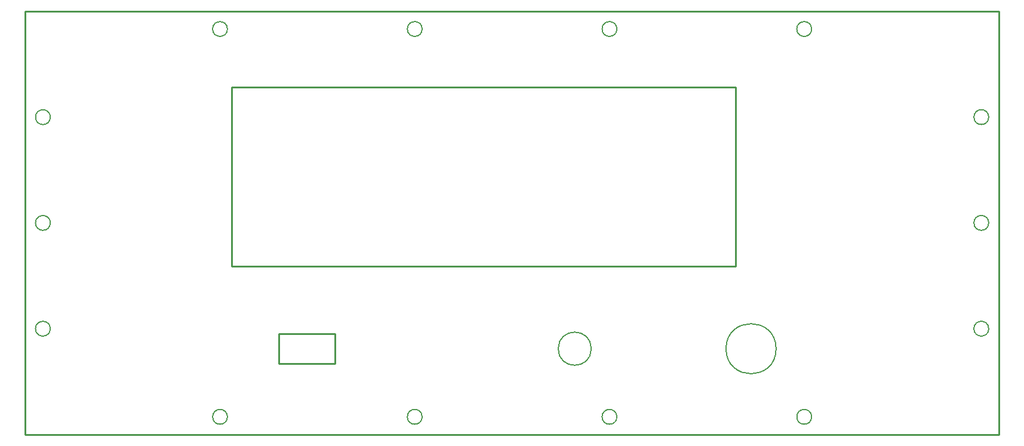
<source format=gbr>
G04*
G04 #@! TF.GenerationSoftware,Altium Limited,Altium Designer,22.4.2 (48)*
G04*
G04 Layer_Color=16711935*
%FSLAX25Y25*%
%MOIN*%
G70*
G04*
G04 #@! TF.SameCoordinates,7D2DC8EA-B838-4804-8774-C6E9DA1BCFE6*
G04*
G04*
G04 #@! TF.FilePolarity,Positive*
G04*
G01*
G75*
%ADD11C,0.00591*%
%ADD12C,0.01000*%
D11*
X241000Y28201D02*
G03*
X241000Y28201I-9252J0D01*
G01*
X344150D02*
G03*
X344150Y28201I-13976J0D01*
G01*
X462850Y39370D02*
G03*
X462850Y39370I-4134J0D01*
G01*
Y98425D02*
G03*
X462850Y98425I-4134J0D01*
G01*
Y157480D02*
G03*
X462850Y157480I-4134J0D01*
G01*
X-61024D02*
G03*
X-61024Y157480I-4134J0D01*
G01*
Y98425D02*
G03*
X-61024Y98425I-4134J0D01*
G01*
Y39370D02*
G03*
X-61024Y39370I-4134J0D01*
G01*
X363981Y-9843D02*
G03*
X363981Y-9843I-4134J0D01*
G01*
X255269D02*
G03*
X255269Y-9843I-4134J0D01*
G01*
X146557D02*
G03*
X146557Y-9843I-4134J0D01*
G01*
X37846D02*
G03*
X37846Y-9843I-4134J0D01*
G01*
Y206693D02*
G03*
X37846Y206693I-4134J0D01*
G01*
X146557D02*
G03*
X146557Y206693I-4134J0D01*
G01*
X255269D02*
G03*
X255269Y206693I-4134J0D01*
G01*
X363981D02*
G03*
X363981Y206693I-4134J0D01*
G01*
D12*
X66394Y19933D02*
X97890D01*
X66394Y36468D02*
X97890D01*
Y19933D02*
Y36468D01*
X66394Y19933D02*
Y36468D01*
X40063Y74079D02*
Y174110D01*
X321512D01*
Y74079D02*
Y174110D01*
X40063Y74079D02*
X321512D01*
X-75000Y216535D02*
X468559D01*
Y-19685D02*
Y216535D01*
X-75000Y-19685D02*
X468559D01*
X-75000D02*
Y216535D01*
M02*

</source>
